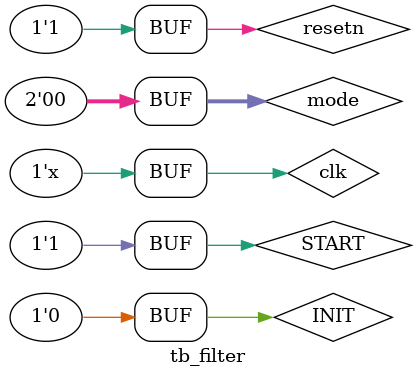
<source format=v>
`timescale 1ns/1ns
module tb_filter;
reg clk, resetn;
reg [16:0] raddr;
reg [15:0] rdata;
reg [1:0] mode;
wire wen;
wire [15:0] waddr;
wire [31:0] wdata;
wire Intr;
wire [31:0] cycle;
reg START, INIT;
wire END;

filter FILTER(
  .clk(clk),
  .resetn(resetn),
  .raddr(raddr),
  .rdata(rdata),   //read data
  .mode(mode),     //filtering mode
  .wen(wen),   //write enable
  .waddr(waddr),  //write address
  .wdata(wdata), //write data
  .Intr(Intr), //interrupt signal
  .cycle(cycle), //comsumed cycle
  .START(START),
  .INIT(INIT),
  .END(END)
  
);

initial
begin
	clk = 1'b0;
	resetn = 1'b0;
	raddr = 17'd130594;
	rdata = 0;
	mode = 0;
	START = 0;
	INIT = 0;
	#5
	resetn=1;
    START = 1;
	
end

always@(*)
begin
   #10 clk <= ~clk; 
end

always@(posedge clk)
begin
   if(raddr == 17'd130599)
      raddr = 0;
   else
      raddr = raddr +1;
   case(raddr)
      (17'd0): begin
         rdata = 16'h2989;
      end
      (17'd1): begin
         rdata = 16'h5c55;
      end
      (17'd2): begin
         rdata = 16'h5c36;
      end
      (17'd3): begin
         rdata = 16'h6436;
      end
      (17'd4): begin
         rdata = 16'h5c56;
      end
      (17'd5): begin
         rdata = 16'h5c36;
      end
      (17'd6): begin
         rdata = 16'h6416;
      end
      (17'd7): begin
         rdata = 16'h6436;
      end
      (17'd8): begin
         rdata = 16'h6436;
      end
      (17'd9): begin
         rdata = 16'h6436;
      end
      (17'd10): begin
         rdata = 16'h6436;
      end
      (17'd11): begin
         rdata = 16'h6436;
      end
      (17'd12): begin
         rdata = 16'h6436;
      end
      (17'd13): begin
         rdata = 16'h6436;
      end
      (17'd14): begin
         rdata = 16'h6436;
      end
      (17'd15): begin
         rdata = 16'h6436;
      end
      (17'd16): begin
         rdata = 16'h6436;
      end
      (17'd17): begin
         rdata = 16'h6436;
      end
      (17'd18): begin
         rdata = 16'h6436;
      end
      (17'd19): begin
         rdata = 16'h6436;
      end
      (17'd130585): begin
         rdata = 16'h2145;
      end
      (17'd130586): begin
         rdata = 16'h2145;
      end
      (17'd130587): begin
         rdata = 16'h2145;
      end
      (17'd130588): begin
         rdata = 16'h2145;
      end
      (17'd130589): begin
         rdata = 16'h2145;
      end
      (17'd130590): begin
         rdata = 16'h1925;
      end
      (17'd130591): begin
         rdata = 16'h2145;
      end
      (17'd130592): begin
         rdata = 16'h2165;
      end
      (17'd130593): begin
         rdata = 16'h2165;
      end
      (17'd130594): begin
         rdata = 16'h2165;
      end
      (17'd130595): begin
         rdata = 16'h2165;
      end
      (17'd130596): begin
         rdata = 16'h2145;
      end
      (17'd130597): begin
         rdata = 16'h2145;
      end
      (17'd130598): begin
         rdata = 16'h1904;
      end
      (17'd130599): begin
         rdata = 16'h1904;
      end
      
      default: begin
         rdata = 0;
      end
   endcase
end

endmodule
</source>
